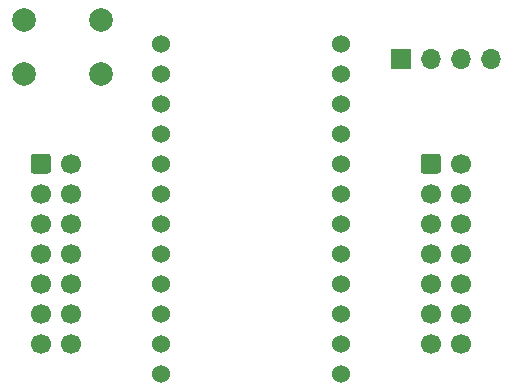
<source format=gbr>
%TF.GenerationSoftware,KiCad,Pcbnew,(5.1.10-1-10_14)*%
%TF.CreationDate,2021-11-08T15:02:55+08:00*%
%TF.ProjectId,Pragmatic,50726167-6d61-4746-9963-2e6b69636164,V0.1*%
%TF.SameCoordinates,Original*%
%TF.FileFunction,Soldermask,Bot*%
%TF.FilePolarity,Negative*%
%FSLAX46Y46*%
G04 Gerber Fmt 4.6, Leading zero omitted, Abs format (unit mm)*
G04 Created by KiCad (PCBNEW (5.1.10-1-10_14)) date 2021-11-08 15:02:55*
%MOMM*%
%LPD*%
G01*
G04 APERTURE LIST*
%ADD10O,1.700000X1.700000*%
%ADD11R,1.700000X1.700000*%
%ADD12C,2.000000*%
%ADD13C,1.524000*%
%ADD14C,1.700000*%
G04 APERTURE END LIST*
D10*
%TO.C,J3*%
X160020000Y-50800000D03*
X157480000Y-50800000D03*
X154940000Y-50800000D03*
D11*
X152400000Y-50800000D03*
%TD*%
D12*
%TO.C,SW1*%
X120500000Y-52070000D03*
X120500000Y-47570000D03*
X127000000Y-52070000D03*
X127000000Y-47570000D03*
%TD*%
D13*
%TO.C,U1*%
X132080000Y-49530000D03*
X132080000Y-52070000D03*
X132080000Y-54610000D03*
X132080000Y-57150000D03*
X132080000Y-59690000D03*
X132080000Y-62230000D03*
X132080000Y-64770000D03*
X132080000Y-67310000D03*
X132080000Y-69850000D03*
X132080000Y-72390000D03*
X132080000Y-74930000D03*
X132080000Y-77470000D03*
X147300000Y-77470000D03*
X147300000Y-74930000D03*
X147300000Y-72390000D03*
X147300000Y-69850000D03*
X147300000Y-67310000D03*
X147300000Y-64770000D03*
X147300000Y-62230000D03*
X147300000Y-59690000D03*
X147300000Y-57150000D03*
X147300000Y-54610000D03*
X147300000Y-52070000D03*
X147300000Y-49530000D03*
%TD*%
D14*
%TO.C,J2*%
X157480000Y-74930000D03*
X157480000Y-72390000D03*
X157480000Y-69850000D03*
X157480000Y-67310000D03*
X157480000Y-64770000D03*
X157480000Y-62230000D03*
X157480000Y-59690000D03*
X154940000Y-74930000D03*
X154940000Y-72390000D03*
X154940000Y-69850000D03*
X154940000Y-67310000D03*
X154940000Y-64770000D03*
X154940000Y-62230000D03*
G36*
G01*
X154090000Y-60290000D02*
X154090000Y-59090000D01*
G75*
G02*
X154340000Y-58840000I250000J0D01*
G01*
X155540000Y-58840000D01*
G75*
G02*
X155790000Y-59090000I0J-250000D01*
G01*
X155790000Y-60290000D01*
G75*
G02*
X155540000Y-60540000I-250000J0D01*
G01*
X154340000Y-60540000D01*
G75*
G02*
X154090000Y-60290000I0J250000D01*
G01*
G37*
%TD*%
%TO.C,J1*%
X124460000Y-74930000D03*
X124460000Y-72390000D03*
X124460000Y-69850000D03*
X124460000Y-67310000D03*
X124460000Y-64770000D03*
X124460000Y-62230000D03*
X124460000Y-59690000D03*
X121920000Y-74930000D03*
X121920000Y-72390000D03*
X121920000Y-69850000D03*
X121920000Y-67310000D03*
X121920000Y-64770000D03*
X121920000Y-62230000D03*
G36*
G01*
X121070000Y-60290000D02*
X121070000Y-59090000D01*
G75*
G02*
X121320000Y-58840000I250000J0D01*
G01*
X122520000Y-58840000D01*
G75*
G02*
X122770000Y-59090000I0J-250000D01*
G01*
X122770000Y-60290000D01*
G75*
G02*
X122520000Y-60540000I-250000J0D01*
G01*
X121320000Y-60540000D01*
G75*
G02*
X121070000Y-60290000I0J250000D01*
G01*
G37*
%TD*%
M02*

</source>
